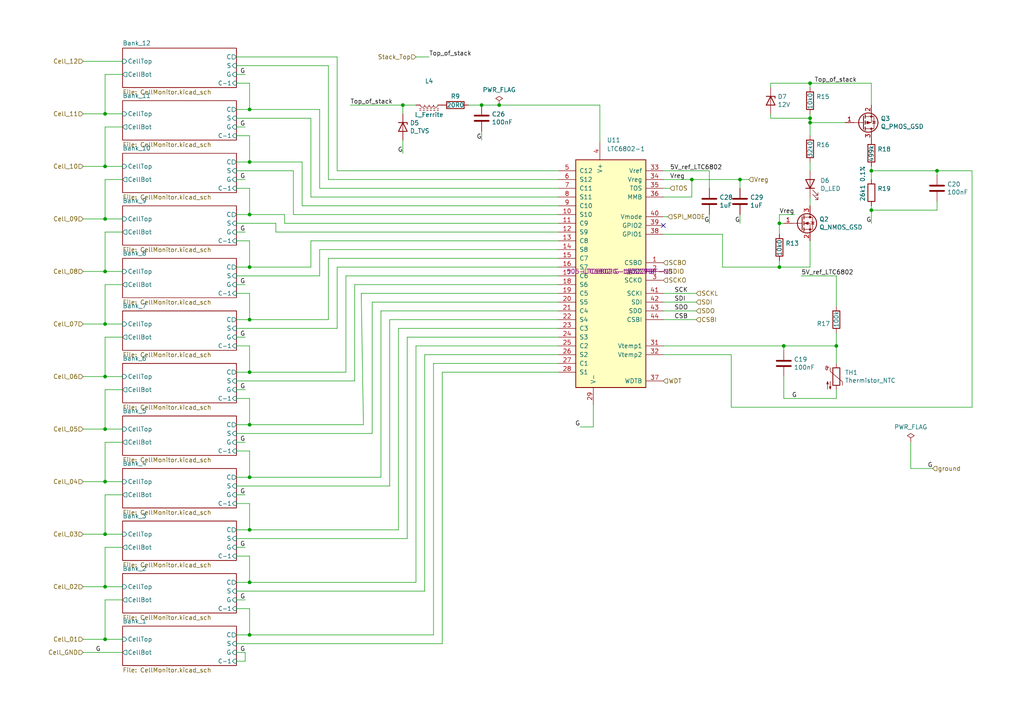
<source format=kicad_sch>
(kicad_sch (version 20250114) (generator "eeschema") (generator_version "9.0")
  (paper "A4")
  (lib_symbols
    (symbol "Device:C" (pin_numbers (hide yes)) (pin_names (offset 0.254))
      (property "Reference" "C" (at 0.635 2.54 0))
      (property "Value" "C" (at 0.635 -2.54 0))
      (symbol "C_0_1"
        (polyline (pts (xy -2.032 0.762) (xy 2.032 0.762)) (stroke (width 0.508)))
        (polyline (pts (xy -2.032 -0.762) (xy 2.032 -0.762)) (stroke (width 0.508)))
      )
      (symbol "C_1_1"
        (pin passive line (at 0 3.81 270) (length 2.794) (name "~") (number "1"))
        (pin passive line (at 0 -3.81 90) (length 2.794) (name "~") (number "2"))
      )
    )
    (symbol "Device:D_Zener" (pin_numbers (hide yes)) (pin_names (offset 1.016) (hide yes))
      (property "Reference" "D" (at 0 2.54 0))
      (property "Value" "D_Zener" (at 0 -2.54 0))
      (symbol "D_Zener_0_1"
        (polyline (pts (xy -1.27 -1.27) (xy -1.27 1.27) (xy -0.762 1.27)) (stroke (width 0.254)))
        (polyline (pts (xy 1.27 0) (xy -1.27 0)))
        (polyline (pts (xy 1.27 -1.27) (xy 1.27 1.27) (xy -1.27 0) (xy 1.27 -1.27)) (stroke (width 0.254)))
      )
      (symbol "D_Zener_1_1"
        (pin passive line (at -3.81 0 0) (length 2.54) (name "K") (number "1"))
        (pin passive line (at 3.81 0 180) (length 2.54) (name "A") (number "2"))
      )
    )
    (symbol "Device:LED" (pin_numbers (hide yes)) (pin_names (offset 1.016) (hide yes))
      (property "Reference" "D" (at 0 2.54 0))
      (property "Value" "LED" (at 0 -2.54 0))
      (symbol "LED_0_1"
        (polyline (pts (xy -3.048 -0.762) (xy -4.572 -2.286) (xy -3.81 -2.286) (xy -4.572 -2.286) (xy -4.572 -1.524)))
        (polyline (pts (xy -1.778 -0.762) (xy -3.302 -2.286) (xy -2.54 -2.286) (xy -3.302 -2.286) (xy -3.302 -1.524)))
        (polyline (pts (xy -1.27 0) (xy 1.27 0)))
        (polyline (pts (xy -1.27 -1.27) (xy -1.27 1.27)) (stroke (width 0.254)))
        (polyline (pts (xy 1.27 -1.27) (xy 1.27 1.27) (xy -1.27 0) (xy 1.27 -1.27)) (stroke (width 0.254)))
      )
      (symbol "LED_1_1"
        (pin passive line (at -3.81 0 0) (length 2.54) (name "K") (number "1"))
        (pin passive line (at 3.81 0 180) (length 2.54) (name "A") (number "2"))
      )
    )
    (symbol "Device:L_Ferrite" (pin_numbers (hide yes)) (pin_names (offset 1.016) (hide yes))
      (property "Reference" "L" (at -1.27 0 90))
      (property "Value" "L_Ferrite" (at 2.794 0 90))
      (symbol "L_Ferrite_0_1"
        (arc (start 0 2.54) (mid 0.6323 1.905) (end 0 1.27))
        (arc (start 0 1.27) (mid 0.6323 0.635) (end 0 0))
        (arc (start 0 0) (mid 0.6323 -0.635) (end 0 -1.27))
        (arc (start 0 -1.27) (mid 0.6323 -1.905) (end 0 -2.54))
        (polyline (pts (xy 1.016 2.286) (xy 1.016 2.794)))
        (polyline (pts (xy 1.016 1.27) (xy 1.016 1.778)))
        (polyline (pts (xy 1.016 0.254) (xy 1.016 0.762)))
        (polyline (pts (xy 1.016 -0.762) (xy 1.016 -0.254)))
        (polyline (pts (xy 1.016 -1.778) (xy 1.016 -1.27)))
        (polyline (pts (xy 1.016 -2.794) (xy 1.016 -2.286)))
        (polyline (pts (xy 1.524 2.794) (xy 1.524 2.286)))
        (polyline (pts (xy 1.524 1.778) (xy 1.524 1.27)))
        (polyline (pts (xy 1.524 0.762) (xy 1.524 0.254)))
        (polyline (pts (xy 1.524 -0.254) (xy 1.524 -0.762)))
        (polyline (pts (xy 1.524 -1.27) (xy 1.524 -1.778)))
        (polyline (pts (xy 1.524 -2.286) (xy 1.524 -2.794)))
      )
      (symbol "L_Ferrite_1_1"
        (pin passive line (at 0 3.81 270) (length 1.27) (name "1") (number "1"))
        (pin passive line (at 0 -3.81 90) (length 1.27) (name "2") (number "2"))
      )
    )
    (symbol "Device:Q_NMOS_GSD" (pin_names (offset 0) (hide yes))
      (property "Reference" "Q" (at 5.08 1.27 0))
      (property "Value" "Q_NMOS_GSD" (at 5.08 -1.27 0))
      (symbol "Q_NMOS_GSD_0_1"
        (polyline (pts (xy 0.254 1.905) (xy 0.254 -1.905)) (stroke (width 0.254)))
        (polyline (pts (xy 0.254 0) (xy -2.54 0)))
        (polyline (pts (xy 0.762 2.286) (xy 0.762 1.27)) (stroke (width 0.254)))
        (polyline (pts (xy 0.762 0.508) (xy 0.762 -0.508)) (stroke (width 0.254)))
        (polyline (pts (xy 0.762 -1.27) (xy 0.762 -2.286)) (stroke (width 0.254)))
        (polyline (pts (xy 0.762 -1.778) (xy 3.302 -1.778) (xy 3.302 1.778) (xy 0.762 1.778)))
        (polyline (pts (xy 1.016 0) (xy 2.032 0.381) (xy 2.032 -0.381) (xy 1.016 0)) (fill (type outline)))
        (circle (center 1.651 0) (radius 2.794) (stroke (width 0.254)))
        (polyline (pts (xy 2.54 2.54) (xy 2.54 1.778)))
        (circle (center 2.54 1.778) (radius 0.254) (fill (type outline)))
        (circle (center 2.54 -1.778) (radius 0.254) (fill (type outline)))
        (polyline (pts (xy 2.54 -2.54) (xy 2.54 0) (xy 0.762 0)))
        (polyline (pts (xy 2.794 0.508) (xy 2.921 0.381) (xy 3.683 0.381) (xy 3.81 0.254)))
        (polyline (pts (xy 3.302 0.381) (xy 2.921 -0.254) (xy 3.683 -0.254) (xy 3.302 0.381)))
      )
      (symbol "Q_NMOS_GSD_1_1"
        (pin input line (at -5.08 0 0) (length 2.54) (name "G") (number "1"))
        (pin passive line (at 2.54 5.08 270) (length 2.54) (name "D") (number "3"))
        (pin passive line (at 2.54 -5.08 90) (length 2.54) (name "S") (number "2"))
      )
    )
    (symbol "Device:Q_PMOS_GSD" (pin_names (offset 0) (hide yes))
      (property "Reference" "Q" (at 5.08 1.27 0))
      (property "Value" "Q_PMOS_GSD" (at 5.08 -1.27 0))
      (symbol "Q_PMOS_GSD_0_1"
        (polyline (pts (xy 0.254 1.905) (xy 0.254 -1.905)) (stroke (width 0.254)))
        (polyline (pts (xy 0.254 0) (xy -2.54 0)))
        (polyline (pts (xy 0.762 2.286) (xy 0.762 1.27)) (stroke (width 0.254)))
        (polyline (pts (xy 0.762 1.778) (xy 3.302 1.778) (xy 3.302 -1.778) (xy 0.762 -1.778)))
        (polyline (pts (xy 0.762 0.508) (xy 0.762 -0.508)) (stroke (width 0.254)))
        (polyline (pts (xy 0.762 -1.27) (xy 0.762 -2.286)) (stroke (width 0.254)))
        (circle (center 1.651 0) (radius 2.794) (stroke (width 0.254)))
        (polyline (pts (xy 2.286 0) (xy 1.27 0.381) (xy 1.27 -0.381) (xy 2.286 0)) (fill (type outline)))
        (polyline (pts (xy 2.54 2.54) (xy 2.54 1.778)))
        (circle (center 2.54 1.778) (radius 0.254) (fill (type outline)))
        (circle (center 2.54 -1.778) (radius 0.254) (fill (type outline)))
        (polyline (pts (xy 2.54 -2.54) (xy 2.54 0) (xy 0.762 0)))
        (polyline (pts (xy 2.794 -0.508) (xy 2.921 -0.381) (xy 3.683 -0.381) (xy 3.81 -0.254)))
        (polyline (pts (xy 3.302 -0.381) (xy 2.921 0.254) (xy 3.683 0.254) (xy 3.302 -0.381)))
      )
      (symbol "Q_PMOS_GSD_1_1"
        (pin input line (at -5.08 0 0) (length 2.54) (name "G") (number "1"))
        (pin passive line (at 2.54 5.08 270) (length 2.54) (name "D") (number "3"))
        (pin passive line (at 2.54 -5.08 90) (length 2.54) (name "S") (number "2"))
      )
    )
    (symbol "Device:R" (pin_numbers (hide yes)) (pin_names (offset 0))
      (property "Reference" "R" (at 2.032 0 90))
      (property "Value" "R" (at 0 0 90))
      (symbol "R_0_1"
        (rectangle (start -1.016 -2.54) (end 1.016 2.54) (stroke (width 0.254)))
      )
      (symbol "R_1_1"
        (pin passive line (at 0 3.81 270) (length 1.27) (name "~") (number "1"))
        (pin passive line (at 0 -3.81 90) (length 1.27) (name "~") (number "2"))
      )
    )
    (symbol "Device:Thermistor_NTC" (pin_numbers (hide yes)) (pin_names (offset 0))
      (property "Reference" "TH" (at -4.445 0 90))
      (property "Value" "Thermistor_NTC" (at 3.175 0 90))
      (symbol "Thermistor_NTC_0_1"
        (arc (start -3.175 2.413) (mid -3.0506 2.3165) (end -3.048 2.159))
        (arc (start -3.048 2.794) (mid -2.9736 2.9736) (end -2.794 3.048))
        (arc (start -2.794 3.048) (mid -2.6144 2.9736) (end -2.54 2.794))
        (arc (start -2.794 2.54) (mid -2.9736 2.6144) (end -3.048 2.794))
        (arc (start -2.794 1.905) (mid -2.9736 1.9794) (end -3.048 2.159))
        (arc (start -2.54 2.159) (mid -2.6144 1.9794) (end -2.794 1.905))
        (arc (start -2.159 2.794) (mid -2.434 2.5608) (end -2.794 2.54))
        (polyline (pts (xy -2.54 2.159) (xy -2.54 2.794)))
        (polyline (pts (xy -2.54 -3.683) (xy -2.54 -1.397) (xy -2.794 -2.159) (xy -2.286 -2.159) (xy -2.54 -1.397) (xy -2.54 -1.651)) (fill (type outline)))
        (polyline (pts (xy -1.778 2.54) (xy -1.778 1.524) (xy 1.778 -1.524) (xy 1.778 -2.54)))
        (polyline (pts (xy -1.778 -1.397) (xy -1.778 -3.683) (xy -2.032 -2.921) (xy -1.524 -2.921) (xy -1.778 -3.683) (xy -1.778 -3.429)) (fill (type outline)))
        (rectangle (start -1.016 2.54) (end 1.016 -2.54) (stroke (width 0.254)))
      )
      (symbol "Thermistor_NTC_1_1"
        (pin passive line (at 0 3.81 270) (length 1.27) (name "~") (number "1"))
        (pin passive line (at 0 -3.81 90) (length 1.27) (name "~") (number "2"))
      )
    )
    (symbol "ICs:LTC6802-1" (pin_names (offset 1.016))
      (property "Reference" "U" (at -11.43 33.655 0))
      (property "Value" "LTC6802-1" (at 1.905 -34.925 0))
      (symbol "LTC6802-1_1_1"
        (rectangle (start 7.62 -33.655) (end -12.7 32.385) (stroke (width 0.254)) (fill (type background)))
        (pin input line (at -17.78 29.21 0) (length 5.08) (name "C12") (number "5"))
        (pin bidirectional line (at -17.78 26.67 0) (length 5.08) (name "S12") (number "6"))
        (pin input line (at -17.78 24.13 0) (length 5.08) (name "C11") (number "7"))
        (pin bidirectional line (at -17.78 21.59 0) (length 5.08) (name "S11") (number "8"))
        (pin input line (at -17.78 19.05 0) (length 5.08) (name "C10") (number "9"))
        (pin bidirectional line (at -17.78 16.51 0) (length 5.08) (name "S10") (number "10"))
        (pin input line (at -17.78 13.97 0) (length 5.08) (name "C9") (number "11"))
        (pin bidirectional line (at -17.78 11.43 0) (length 5.08) (name "S9") (number "12"))
        (pin input line (at -17.78 8.89 0) (length 5.08) (name "C8") (number "13"))
        (pin bidirectional line (at -17.78 6.35 0) (length 5.08) (name "S8") (number "14"))
        (pin input line (at -17.78 3.81 0) (length 5.08) (name "C7") (number "15"))
        (pin bidirectional line (at -17.78 1.27 0) (length 5.08) (name "S7") (number "16"))
        (pin input line (at -17.78 -1.27 0) (length 5.08) (name "C6") (number "17"))
        (pin bidirectional line (at -17.78 -3.81 0) (length 5.08) (name "S6") (number "18"))
        (pin input line (at -17.78 -6.35 0) (length 5.08) (name "C5") (number "19"))
        (pin bidirectional line (at -17.78 -8.89 0) (length 5.08) (name "S5") (number "20"))
        (pin input line (at -17.78 -11.43 0) (length 5.08) (name "C4") (number "21"))
        (pin bidirectional line (at -17.78 -13.97 0) (length 5.08) (name "S4") (number "22"))
        (pin input line (at -17.78 -16.51 0) (length 5.08) (name "C3") (number "23"))
        (pin bidirectional line (at -17.78 -19.05 0) (length 5.08) (name "S3") (number "24"))
        (pin input line (at -17.78 -21.59 0) (length 5.08) (name "C2") (number "25"))
        (pin bidirectional line (at -17.78 -24.13 0) (length 5.08) (name "S2") (number "26"))
        (pin input line (at -17.78 -26.67 0) (length 5.08) (name "C1") (number "27"))
        (pin bidirectional line (at -17.78 -29.21 0) (length 5.08) (name "S1") (number "28"))
        (pin power_in line (at -7.62 -38.735 90) (length 5.08) (name "V-") (number "29"))
        (pin power_in line (at -5.715 37.465 270) (length 5.08) (name "V+") (number "4"))
        (pin input line (at 12.7 29.21 180) (length 5.08) (name "Vref") (number "33"))
        (pin input line (at 12.7 26.67 180) (length 5.08) (name "Vreg") (number "34"))
        (pin input line (at 12.7 24.13 180) (length 5.08) (name "TOS") (number "35"))
        (pin input line (at 12.7 21.59 180) (length 5.08) (name "MMB") (number "36"))
        (pin input line (at 12.7 15.875 180) (length 5.08) (name "Vmode") (number "40"))
        (pin open_collector line (at 12.7 13.335 180) (length 5.08) (name "GPIO2") (number "39"))
        (pin open_collector line (at 12.7 10.795 180) (length 5.08) (name "GPIO1") (number "38"))
        (pin input line (at 12.7 2.54 180) (length 5.08) (name "CSBO") (number "1"))
        (pin bidirectional line (at 12.7 0 180) (length 5.08) (name "SDOI") (number "2"))
        (pin input line (at 12.7 -2.54 180) (length 5.08) (name "SCKO") (number "3"))
        (pin input line (at 12.7 -6.35 180) (length 5.08) (name "SCKI") (number "41"))
        (pin input line (at 12.7 -8.89 180) (length 5.08) (name "SDI") (number "42"))
        (pin output line (at 12.7 -11.43 180) (length 5.08) (name "SDO") (number "43"))
        (pin input line (at 12.7 -13.97 180) (length 5.08) (name "CSBI") (number "44"))
        (pin input line (at 12.7 -21.59 180) (length 5.08) (name "Vtemp1") (number "31"))
        (pin input line (at 12.7 -24.13 180) (length 5.08) (name "Vtemp2") (number "32"))
        (pin no_connect line (at 12.7 -29.845 180) (length 5.08) (hide yes) (name "NC") (number "30"))
        (pin input line (at 12.7 -31.75 180) (length 5.08) (name "WDTB") (number "37"))
      )
    )
    (symbol "power:PWR_FLAG" (power) (pin_numbers (hide yes)) (pin_names (offset 0) (hide yes))
      (property "Value" "PWR_FLAG" (at 0 3.81 0))
      (symbol "PWR_FLAG_0_0"
        (pin power_out line (at 0 0 90) (length 0) (name "pwr") (number "1"))
      )
      (symbol "PWR_FLAG_0_1"
        (polyline (pts (xy 0 0) (xy 0 1.27) (xy -1.016 1.905) (xy 0 2.54) (xy 1.016 1.905) (xy 0 1.27)))
      )
    )
  )
  (junction (at 30.48 78.74))
  (junction (at 226.06 77.47))
  (junction (at 72.39 31.75))
  (junction (at 242.57 100.33))
  (junction (at 234.95 24.13))
  (junction (at 139.7 30.48))
  (junction (at 72.39 92.71))
  (junction (at 30.48 154.94))
  (junction (at 30.48 93.98))
  (junction (at 72.39 153.67))
  (junction (at 30.48 124.46))
  (junction (at 30.48 185.42))
  (junction (at 30.48 109.22))
  (junction (at 227.33 100.33))
  (junction (at 72.39 107.95))
  (junction (at 214.63 52.07))
  (junction (at 234.95 34.29))
  (junction (at 200.66 52.07))
  (junction (at 144.78 30.48))
  (junction (at 72.39 184.15))
  (junction (at 30.48 170.18))
  (junction (at 72.39 62.23))
  (junction (at 72.39 46.99))
  (junction (at 226.06 64.77))
  (junction (at 30.48 33.02))
  (junction (at 72.39 138.43))
  (junction (at 30.48 139.7))
  (junction (at 234.95 35.56))
  (junction (at 252.73 60.96))
  (junction (at 72.39 168.91))
  (junction (at 271.78 49.53))
  (junction (at 252.73 49.53))
  (junction (at 30.48 48.26))
  (junction (at 116.84 30.48))
  (junction (at 72.39 77.47))
  (junction (at 30.48 63.5))
  (junction (at 72.39 123.19))
  (no_connect (at 192.405 65.405))
  (wire (pts (xy 115.57 95.25) (xy 161.925 95.25)))
  (wire (pts (xy 227.33 100.33) (xy 242.57 100.33)))
  (wire (pts (xy 71.12 158.75) (xy 68.58 158.75)))
  (wire (pts (xy 71.12 113.03) (xy 68.58 113.03)))
  (wire (pts (xy 161.925 85.09) (xy 104.775 85.09)))
  (wire (pts (xy 172.085 123.825) (xy 172.085 117.475)))
  (wire (pts (xy 72.39 62.23) (xy 68.58 62.23)))
  (wire (pts (xy 24.13 109.22) (xy 30.48 109.22)))
  (wire (pts (xy 85.09 49.53) (xy 85.09 62.23)))
  (wire (pts (xy 71.12 143.51) (xy 68.58 143.51)))
  (wire (pts (xy 200.66 57.15) (xy 200.66 52.07)))
  (wire (pts (xy 172.085 123.825) (xy 168.275 123.825)))
  (wire (pts (xy 24.13 33.02) (xy 30.48 33.02)))
  (wire (pts (xy 192.405 92.71) (xy 201.93 92.71)))
  (wire (pts (xy 71.12 36.83) (xy 68.58 36.83)))
  (wire (pts (xy 226.06 62.23) (xy 226.06 64.77)))
  (wire (pts (xy 200.66 52.07) (xy 214.63 52.07)))
  (wire (pts (xy 30.48 78.74) (xy 30.48 67.31)))
  (wire (pts (xy 72.39 153.67) (xy 115.57 153.67)))
  (wire (pts (xy 192.405 90.17) (xy 201.93 90.17)))
  (wire (pts (xy 123.19 171.45) (xy 68.58 171.45)))
  (wire (pts (xy 30.48 21.59) (xy 35.56 21.59)))
  (wire (pts (xy 227.33 64.77) (xy 226.06 64.77)))
  (wire (pts (xy 68.58 115.57) (xy 72.39 115.57)))
  (wire (pts (xy 97.79 16.51) (xy 68.58 16.51)))
  (wire (pts (xy 95.25 92.71) (xy 72.39 92.71)))
  (wire (pts (xy 107.95 87.63) (xy 161.925 87.63)))
  (wire (pts (xy 80.01 67.31) (xy 161.925 67.31)))
  (wire (pts (xy 92.71 80.01) (xy 92.71 72.39)))
  (wire (pts (xy 271.78 49.53) (xy 271.78 50.8)))
  (wire (pts (xy 161.925 97.79) (xy 118.11 97.79)))
  (wire (pts (xy 104.775 85.09) (xy 105.41 123.19)))
  (wire (pts (xy 234.95 57.15) (xy 234.95 59.69)))
  (wire (pts (xy 192.405 100.33) (xy 227.33 100.33)))
  (wire (pts (xy 30.48 143.51) (xy 30.48 154.94)))
  (wire (pts (xy 30.48 128.27) (xy 35.56 128.27)))
  (wire (pts (xy 87.63 59.69) (xy 87.63 46.99)))
  (wire (pts (xy 192.405 85.09) (xy 201.93 85.09)))
  (wire (pts (xy 72.39 130.81) (xy 72.39 138.43)))
  (wire (pts (xy 118.11 156.21) (xy 68.58 156.21)))
  (wire (pts (xy 227.33 100.33) (xy 227.33 101.6)))
  (wire (pts (xy 24.13 170.18) (xy 30.48 170.18)))
  (wire (pts (xy 161.925 52.07) (xy 95.25 52.07)))
  (wire (pts (xy 101.6 30.48) (xy 116.84 30.48)))
  (wire (pts (xy 68.58 69.85) (xy 72.39 69.85)))
  (wire (pts (xy 102.87 82.55) (xy 161.925 82.55)))
  (wire (pts (xy 68.58 110.49) (xy 102.87 110.49)))
  (wire (pts (xy 24.13 17.78) (xy 35.56 17.78)))
  (wire (pts (xy 214.63 54.61) (xy 214.63 52.07)))
  (wire (pts (xy 161.925 105.41) (xy 125.73 105.41)))
  (wire (pts (xy 24.13 139.7) (xy 30.48 139.7)))
  (wire (pts (xy 68.58 176.53) (xy 72.39 176.53)))
  (wire (pts (xy 223.52 34.29) (xy 234.95 34.29)))
  (wire (pts (xy 205.74 62.23) (xy 205.74 64.77)))
  (wire (pts (xy 97.79 49.53) (xy 97.79 16.51)))
  (wire (pts (xy 24.13 185.42) (xy 30.48 185.42)))
  (wire (pts (xy 95.25 74.93) (xy 95.25 92.71)))
  (wire (pts (xy 92.71 54.61) (xy 92.71 31.75)))
  (wire (pts (xy 30.48 93.98) (xy 35.56 93.98)))
  (wire (pts (xy 161.925 54.61) (xy 92.71 54.61)))
  (wire (pts (xy 68.58 186.69) (xy 128.27 186.69)))
  (wire (pts (xy 242.57 88.9) (xy 242.57 80.01)))
  (wire (pts (xy 68.58 168.91) (xy 72.39 168.91)))
  (wire (pts (xy 30.48 124.46) (xy 35.56 124.46)))
  (wire (pts (xy 85.09 62.23) (xy 161.925 62.23)))
  (wire (pts (xy 161.925 59.69) (xy 87.63 59.69)))
  (wire (pts (xy 124.46 16.51) (xy 120.65 16.51)))
  (wire (pts (xy 252.73 49.53) (xy 271.78 49.53)))
  (wire (pts (xy 68.58 153.67) (xy 72.39 153.67)))
  (wire (pts (xy 234.95 34.29) (xy 234.95 35.56)))
  (wire (pts (xy 71.12 52.07) (xy 68.58 52.07)))
  (wire (pts (xy 68.58 130.81) (xy 72.39 130.81)))
  (wire (pts (xy 118.11 97.79) (xy 118.11 156.21)))
  (wire (pts (xy 68.58 24.13) (xy 72.39 24.13)))
  (wire (pts (xy 30.48 185.42) (xy 35.56 185.42)))
  (wire (pts (xy 205.74 54.61) (xy 205.74 49.53)))
  (wire (pts (xy 24.13 48.26) (xy 30.48 48.26)))
  (wire (pts (xy 30.48 109.22) (xy 35.56 109.22)))
  (wire (pts (xy 192.405 87.63) (xy 201.93 87.63)))
  (wire (pts (xy 30.48 154.94) (xy 35.56 154.94)))
  (wire (pts (xy 271.78 58.42) (xy 271.78 60.96)))
  (wire (pts (xy 30.48 33.02) (xy 35.56 33.02)))
  (wire (pts (xy 227.33 109.22) (xy 227.33 115.57)))
  (wire (pts (xy 90.17 57.15) (xy 90.17 34.29)))
  (wire (pts (xy 161.925 64.77) (xy 82.55 64.77)))
  (wire (pts (xy 92.71 72.39) (xy 161.925 72.39)))
  (wire (pts (xy 214.63 62.23) (xy 214.63 64.77)))
  (wire (pts (xy 30.48 63.5) (xy 30.48 52.07)))
  (wire (pts (xy 242.57 105.41) (xy 242.57 100.33)))
  (wire (pts (xy 72.39 77.47) (xy 68.58 77.47)))
  (wire (pts (xy 234.95 69.85) (xy 234.95 77.47)))
  (wire (pts (xy 212.09 118.11) (xy 212.09 102.87)))
  (wire (pts (xy 135.89 30.48) (xy 139.7 30.48)))
  (wire (pts (xy 209.55 77.47) (xy 226.06 77.47)))
  (wire (pts (xy 72.39 123.19) (xy 68.58 123.19)))
  (wire (pts (xy 223.52 33.02) (xy 223.52 34.29)))
  (wire (pts (xy 30.48 67.31) (xy 35.56 67.31)))
  (wire (pts (xy 192.405 54.61) (xy 194.31 54.61)))
  (wire (pts (xy 264.16 128.27) (xy 264.16 135.89)))
  (wire (pts (xy 71.12 21.59) (xy 68.58 21.59)))
  (wire (pts (xy 161.925 69.85) (xy 90.17 69.85)))
  (wire (pts (xy 68.58 49.53) (xy 85.09 49.53)))
  (wire (pts (xy 128.27 186.69) (xy 128.27 107.95)))
  (wire (pts (xy 30.48 158.75) (xy 30.48 170.18)))
  (wire (pts (xy 72.39 46.99) (xy 68.58 46.99)))
  (wire (pts (xy 107.95 125.73) (xy 107.95 87.63)))
  (wire (pts (xy 72.39 54.61) (xy 72.39 62.23)))
  (wire (pts (xy 192.405 62.865) (xy 193.675 62.865)))
  (wire (pts (xy 72.39 100.33) (xy 72.39 107.95)))
  (wire (pts (xy 72.39 115.57) (xy 72.39 123.19)))
  (wire (pts (xy 24.13 124.46) (xy 30.48 124.46)))
  (wire (pts (xy 110.49 90.17) (xy 161.925 90.17)))
  (wire (pts (xy 125.73 105.41) (xy 125.73 184.15)))
  (wire (pts (xy 97.79 77.47) (xy 161.925 77.47)))
  (wire (pts (xy 161.925 74.93) (xy 95.25 74.93)))
  (wire (pts (xy 125.73 184.15) (xy 72.39 184.15)))
  (wire (pts (xy 68.58 100.33) (xy 72.39 100.33)))
  (wire (pts (xy 128.27 107.95) (xy 161.925 107.95)))
  (wire (pts (xy 113.03 92.71) (xy 113.03 140.97)))
  (wire (pts (xy 68.58 54.61) (xy 72.39 54.61)))
  (wire (pts (xy 30.48 93.98) (xy 30.48 82.55)))
  (wire (pts (xy 30.48 139.7) (xy 30.48 128.27)))
  (wire (pts (xy 30.48 113.03) (xy 35.56 113.03)))
  (wire (pts (xy 68.58 146.05) (xy 72.39 146.05)))
  (wire (pts (xy 24.13 189.23) (xy 35.56 189.23)))
  (wire (pts (xy 24.13 63.5) (xy 30.48 63.5)))
  (wire (pts (xy 242.57 96.52) (xy 242.57 100.33)))
  (wire (pts (xy 30.48 173.99) (xy 30.48 185.42)))
  (wire (pts (xy 71.12 189.23) (xy 68.58 189.23)))
  (wire (pts (xy 100.33 80.01) (xy 100.33 107.95)))
  (wire (pts (xy 82.55 64.77) (xy 82.55 62.23)))
  (wire (pts (xy 24.13 93.98) (xy 30.48 93.98)))
  (wire (pts (xy 72.39 39.37) (xy 72.39 46.99)))
  (wire (pts (xy 80.01 64.77) (xy 80.01 67.31)))
  (wire (pts (xy 192.405 52.07) (xy 200.66 52.07)))
  (wire (pts (xy 30.48 48.26) (xy 35.56 48.26)))
  (wire (pts (xy 116.84 30.48) (xy 120.65 30.48)))
  (wire (pts (xy 227.33 115.57) (xy 242.57 115.57)))
  (wire (pts (xy 192.405 49.53) (xy 205.74 49.53)))
  (wire (pts (xy 217.17 52.07) (xy 214.63 52.07)))
  (wire (pts (xy 72.39 107.95) (xy 68.58 107.95)))
  (wire (pts (xy 252.73 52.07) (xy 252.73 49.53)))
  (wire (pts (xy 82.55 62.23) (xy 72.39 62.23)))
  (wire (pts (xy 116.84 40.64) (xy 116.84 44.45)))
  (wire (pts (xy 234.95 33.02) (xy 234.95 34.29)))
  (wire (pts (xy 30.48 33.02) (xy 30.48 21.59)))
  (wire (pts (xy 68.58 161.29) (xy 72.39 161.29)))
  (wire (pts (xy 192.405 67.945) (xy 209.55 67.945)))
  (wire (pts (xy 161.925 102.87) (xy 123.19 102.87)))
  (wire (pts (xy 161.925 80.01) (xy 100.33 80.01)))
  (wire (pts (xy 245.11 35.56) (xy 234.95 35.56)))
  (wire (pts (xy 281.94 49.53) (xy 281.94 118.11)))
  (wire (pts (xy 30.48 52.07) (xy 35.56 52.07)))
  (wire (pts (xy 226.06 62.23) (xy 230.505 62.23)))
  (wire (pts (xy 72.39 184.15) (xy 68.58 184.15)))
  (wire (pts (xy 223.52 24.13) (xy 223.52 25.4)))
  (wire (pts (xy 30.48 124.46) (xy 30.48 113.03)))
  (wire (pts (xy 68.58 80.01) (xy 92.71 80.01)))
  (wire (pts (xy 35.56 173.99) (xy 30.48 173.99)))
  (wire (pts (xy 192.405 102.87) (xy 212.09 102.87)))
  (wire (pts (xy 72.39 69.85) (xy 72.39 77.47)))
  (wire (pts (xy 72.39 176.53) (xy 72.39 184.15)))
  (wire (pts (xy 72.39 31.75) (xy 68.58 31.75)))
  (wire (pts (xy 161.925 57.15) (xy 90.17 57.15)))
  (wire (pts (xy 234.95 24.13) (xy 223.52 24.13)))
  (wire (pts (xy 97.79 95.25) (xy 97.79 77.47)))
  (wire (pts (xy 90.17 69.85) (xy 90.17 77.47)))
  (wire (pts (xy 281.94 118.11) (xy 212.09 118.11)))
  (wire (pts (xy 242.57 115.57) (xy 242.57 113.03)))
  (wire (pts (xy 72.39 146.05) (xy 72.39 153.67)))
  (wire (pts (xy 252.73 24.13) (xy 234.95 24.13)))
  (wire (pts (xy 271.78 49.53) (xy 281.94 49.53)))
  (wire (pts (xy 72.39 161.29) (xy 72.39 168.91)))
  (wire (pts (xy 226.06 77.47) (xy 234.95 77.47)))
  (wire (pts (xy 68.58 39.37) (xy 72.39 39.37)))
  (wire (pts (xy 68.58 85.09) (xy 72.39 85.09)))
  (wire (pts (xy 30.48 170.18) (xy 35.56 170.18)))
  (wire (pts (xy 252.73 49.53) (xy 252.73 48.26)))
  (wire (pts (xy 71.12 191.77) (xy 71.12 189.23)))
  (wire (pts (xy 72.39 138.43) (xy 110.49 138.43)))
  (wire (pts (xy 173.99 41.275) (xy 173.99 30.48)))
  (wire (pts (xy 192.405 57.15) (xy 200.66 57.15)))
  (wire (pts (xy 71.12 128.27) (xy 68.58 128.27)))
  (wire (pts (xy 110.49 138.43) (xy 110.49 90.17)))
  (wire (pts (xy 30.48 82.55) (xy 35.56 82.55)))
  (wire (pts (xy 95.25 19.05) (xy 68.58 19.05)))
  (wire (pts (xy 102.87 110.49) (xy 102.87 82.55)))
  (wire (pts (xy 90.17 77.47) (xy 72.39 77.47)))
  (wire (pts (xy 90.17 34.29) (xy 68.58 34.29)))
  (wire (pts (xy 100.33 107.95) (xy 72.39 107.95)))
  (wire (pts (xy 95.25 52.07) (xy 95.25 19.05)))
  (wire (pts (xy 72.39 92.71) (xy 68.58 92.71)))
  (wire (pts (xy 234.95 24.13) (xy 234.95 25.4)))
  (wire (pts (xy 71.12 82.55) (xy 68.58 82.55)))
  (wire (pts (xy 242.57 80.01) (xy 232.41 80.01)))
  (wire (pts (xy 144.78 30.48) (xy 173.99 30.48)))
  (wire (pts (xy 234.95 35.56) (xy 234.95 39.37)))
  (wire (pts (xy 226.06 75.565) (xy 226.06 77.47)))
  (wire (pts (xy 35.56 158.75) (xy 30.48 158.75)))
  (wire (pts (xy 71.12 67.31) (xy 68.58 67.31)))
  (wire (pts (xy 234.95 46.99) (xy 234.95 49.53)))
  (wire (pts (xy 30.48 63.5) (xy 35.56 63.5)))
  (wire (pts (xy 139.7 38.1) (xy 139.7 40.64)))
  (wire (pts (xy 252.73 60.96) (xy 252.73 64.77)))
  (wire (pts (xy 24.13 154.94) (xy 30.48 154.94)))
  (wire (pts (xy 30.48 78.74) (xy 35.56 78.74)))
  (wire (pts (xy 30.48 48.26) (xy 30.48 36.83)))
  (wire (pts (xy 92.71 31.75) (xy 72.39 31.75)))
  (wire (pts (xy 30.48 97.79) (xy 35.56 97.79)))
  (wire (pts (xy 35.56 143.51) (xy 30.48 143.51)))
  (wire (pts (xy 72.39 168.91) (xy 120.65 168.91)))
  (wire (pts (xy 264.16 135.89) (xy 270.51 135.89)))
  (wire (pts (xy 120.65 100.33) (xy 161.925 100.33)))
  (wire (pts (xy 161.925 92.71) (xy 113.03 92.71)))
  (wire (pts (xy 68.58 191.77) (xy 71.12 191.77)))
  (wire (pts (xy 113.03 140.97) (xy 68.58 140.97)))
  (wire (pts (xy 71.12 173.99) (xy 68.58 173.99)))
  (wire (pts (xy 105.41 123.19) (xy 72.39 123.19)))
  (wire (pts (xy 161.925 49.53) (xy 97.79 49.53)))
  (wire (pts (xy 72.39 85.09) (xy 72.39 92.71)))
  (wire (pts (xy 68.58 95.25) (xy 97.79 95.25)))
  (wire (pts (xy 226.06 64.77) (xy 226.06 67.945)))
  (wire (pts (xy 209.55 77.47) (xy 209.55 67.945)))
  (wire (pts (xy 30.48 139.7) (xy 35.56 139.7)))
  (wire (pts (xy 72.39 24.13) (xy 72.39 31.75)))
  (wire (pts (xy 30.48 36.83) (xy 35.56 36.83)))
  (wire (pts (xy 68.58 64.77) (xy 80.01 64.77)))
  (wire (pts (xy 87.63 46.99) (xy 72.39 46.99)))
  (wire (pts (xy 115.57 153.67) (xy 115.57 95.25)))
  (wire (pts (xy 68.58 138.43) (xy 72.39 138.43)))
  (wire (pts (xy 116.84 33.02) (xy 116.84 30.48)))
  (wire (pts (xy 30.48 109.22) (xy 30.48 97.79)))
  (wire (pts (xy 139.7 30.48) (xy 144.78 30.48)))
  (wire (pts (xy 252.73 59.69) (xy 252.73 60.96)))
  (wire (pts (xy 71.12 97.79) (xy 68.58 97.79)))
  (wire (pts (xy 24.13 78.74) (xy 30.48 78.74)))
  (wire (pts (xy 68.58 125.73) (xy 107.95 125.73)))
  (wire (pts (xy 123.19 102.87) (xy 123.19 171.45)))
  (wire (pts (xy 120.65 168.91) (xy 120.65 100.33)))
  (wire (pts (xy 252.73 30.48) (xy 252.73 24.13)))
  (wire (pts (xy 252.73 60.96) (xy 271.78 60.96)))
  (label "G" (at 71.12 143.51 180))
  (label "G" (at 71.12 128.27 180))
  (label "G" (at 214.63 64.77 180))
  (label "5V_ref_LTC6802" (at 194.31 49.53 0))
  (label "G" (at 116.84 44.45 180))
  (label "G" (at 71.12 189.23 180))
  (label "Top_of_stack" (at 101.6 30.48 0))
  (label "5V_ref_LTC6802" (at 232.41 80.01 0))
  (label "Top_of_stack" (at 124.46 16.51 0))
  (label "CSB" (at 195.58 92.71 0))
  (label "SDO" (at 195.58 90.17 0))
  (label "G" (at 71.12 173.99 180))
  (label "G" (at 168.275 123.825 180))
  (label "G" (at 270.51 135.89 180))
  (label "Top_of_stack" (at 236.22 24.13 0))
  (label "G" (at 205.74 64.77 180))
  (label "G" (at 71.12 158.75 180))
  (label "SDI" (at 195.58 87.63 0))
  (label "G" (at 71.12 52.07 180))
  (label "G" (at 139.7 40.64 180))
  (label "G" (at 71.12 21.59 180))
  (label "G" (at 231.14 115.57 180))
  (label "G" (at 29.21 189.23 180))
  (label "Vreg" (at 226.06 62.23 0))
  (label "SCK" (at 195.58 85.09 0))
  (label "G" (at 71.12 67.31 180))
  (label "G" (at 71.12 82.55 180))
  (label "G" (at 252.73 64.77 180))
  (label "G" (at 71.12 113.03 180))
  (label "G" (at 71.12 97.79 180))
  (label "Vreg" (at 194.31 52.07 0))
  (label "G" (at 71.12 36.83 180))
  (hierarchical_label "Stack_Top" (shape input) (at 120.65 16.51 180))
  (hierarchical_label "Cell_08" (shape input) (at 24.13 78.74 180))
  (hierarchical_label "CSBI" (shape input) (at 201.93 92.71 0))
  (hierarchical_label "Vreg" (shape input) (at 217.17 52.07 0))
  (hierarchical_label "WDT" (shape input) (at 192.405 110.49 0))
  (hierarchical_label "SCKO" (shape input) (at 192.405 81.28 0))
  (hierarchical_label "Cell_06" (shape input) (at 24.13 109.22 180))
  (hierarchical_label "Cell_12" (shape input) (at 24.13 17.78 180))
  (hierarchical_label "SDI" (shape input) (at 201.93 87.63 0))
  (hierarchical_label "Cell_01" (shape input) (at 24.13 185.42 180))
  (hierarchical_label "Cell_04" (shape input) (at 24.13 139.7 180))
  (hierarchical_label "Cell_11" (shape input) (at 24.13 33.02 180))
  (hierarchical_label "SDIO" (shape input) (at 192.405 78.74 0))
  (hierarchical_label "Cell_09" (shape input) (at 24.13 63.5 180))
  (hierarchical_label "SCBO" (shape input) (at 192.405 76.2 0))
  (hierarchical_label "Cell_03" (shape input) (at 24.13 154.94 180))
  (hierarchical_label "Cell_07" (shape input) (at 24.13 93.98 180))
  (hierarchical_label "Cell_10" (shape input) (at 24.13 48.26 180))
  (hierarchical_label "SCKL" (shape input) (at 201.93 85.09 0))
  (hierarchical_label "Cell_GND" (shape input) (at 24.13 189.23 180))
  (hierarchical_label "ground" (shape input) (at 270.51 135.89 0))
  (hierarchical_label "SPI_MODE" (shape input) (at 193.675 62.865 0))
  (hierarchical_label "Cell_05" (shape input) (at 24.13 124.46 180))
  (hierarchical_label "SDO" (shape input) (at 201.93 90.17 0))
  (hierarchical_label "Cell_02" (shape input) (at 24.13 170.18 180))
  (hierarchical_label "TOS" (shape input) (at 194.31 54.61 0))
  (symbol (lib_id "Device:R") (at 132.08 30.48 270) (unit 1)
    (property "Reference" "R69" (at 132.08 27.94 90))
    (property "Value" "20R0" (at 132.08 30.48 90))
    (property "Footprint" "Resistor_SMD:R_0603_1608Metric" (effects (hide yes)))
    (property "Datasheet" "https://www.seielect.com/catalog/sei-rmcf_rmcp.pdf" (effects (hide yes)))
    (property "MPN" "RMCF0603FT20R0" (effects (hide yes)))
    (property "Part Number" "RMCF0603FT20R0" (effects (hide yes)))
    (property "Digikey_PN" "RMCF0603FT20R0CT-ND" (effects (hide yes)))
    (instances (project "" (path "" (reference "R9") (unit 1)) (path "" (reference "R69") (unit 1))))
  )
  (symbol (lib_id "Device:C") (at 139.7 34.29 180) (unit 1)
    (property "Reference" "C43" (at 142.621 33.1216 0) (effects (justify right)))
    (property "Value" "100nF" (at 142.621 35.433 0) (effects (justify right)))
    (property "Footprint" "Capacitor_SMD:C_1206_3216Metric" (effects (hide yes)))
    (property "Datasheet" "https://product.tdk.com/info/en/documents/chara_sheet/CGA5L3X7R2E104K160AA.pdf" (effects (hide yes)))
    (property "Part Number" "CGA5L3X7R2E104K160AA" (effects (hide yes)))
    (property "MPN" "CGA5L3X7R2E104K160AA" (effects (hide yes)))
    (property "Digikey_PN" "445-5851-1-ND" (effects (hide yes)))
    (instances (project "" (path "" (reference "C26") (unit 1)) (path "" (reference "C43") (unit 1))))
  )
  (symbol (lib_id "Device:C") (at 205.74 58.42 0) (unit 1)
    (property "Reference" "C45" (at 208.661 57.2516 0) (effects (justify left)))
    (property "Value" "1uF" (at 208.661 59.563 0) (effects (justify left)))
    (property "Footprint" "Capacitor_SMD:C_0603_1608Metric" (effects (hide yes)))
    (property "Datasheet" "https://product.tdk.com/system/files/dam/doc/product/capacitor/ceramic/mlcc/catalog/mlcc_automotive_general_en.pdf" (effects (hide yes)))
    (property "Part Number" "CGA3E1X7R1C105K080AC" (effects (hide yes)))
    (property "Digikey_PN" "445-12539-1-ND" (effects (hide yes)))
    (instances (project "" (path "" (reference "C28") (unit 1)) (path "" (reference "C45") (unit 1))))
  )
  (symbol (lib_id "Device:C") (at 214.63 58.42 0) (unit 1)
    (property "Reference" "C46" (at 217.551 57.2516 0) (effects (justify left)))
    (property "Value" "1uF" (at 217.551 59.563 0) (effects (justify left)))
    (property "Footprint" "Capacitor_SMD:C_0603_1608Metric" (effects (hide yes)))
    (property "Datasheet" "https://product.tdk.com/system/files/dam/doc/product/capacitor/ceramic/mlcc/catalog/mlcc_automotive_general_en.pdf" (effects (hide yes)))
    (property "Part Number" "CGA3E1X7R1C105K080AC" (effects (hide yes)))
    (property "Digikey_PN" "445-12539-1-ND" (effects (hide yes)))
    (instances (project "" (path "" (reference "C29") (unit 1)) (path "" (reference "C46") (unit 1))))
  )
  (symbol (lib_id "Device:L_Ferrite") (at 124.46 30.48 270) (unit 1)
    (property "Reference" "L5" (at 124.46 23.5204 90))
    (property "Value" "L_Ferrite" (at 124.46 33.274 90))
    (property "Footprint" "Inductor_SMD:L_0603_1608Metric" (effects (hide yes)))
    (property "Datasheet" "https://www.we-online.com/katalog/datasheet/742792609.pdf" (effects (hide yes)))
    (property "MPN" "742792609" (effects (hide yes)))
    (property "Part Number" "742792609" (effects (hide yes)))
    (property "Digikey_PN" "732-1591-1-ND" (effects (hide yes)))
    (instances (project "" (path "" (reference "L4") (unit 1)) (path "" (reference "L5") (unit 1))))
  )
  (symbol (lib_id "Device:Q_PMOS_GSD") (at 250.19 35.56 0) (mirror x) (unit 1)
    (property "Reference" "Q18" (at 255.4224 34.3916 0) (effects (justify left)))
    (property "Value" "Q_PMOS_GSD" (at 255.4224 36.703 0) (effects (justify left)))
    (property "Footprint" "Package_TO_SOT_SMD:SOT-23" (effects (hide yes)))
    (property "Datasheet" "https://ww1.microchip.com/downloads/en/DeviceDoc/TP5335-P-Channel-Enhancement-Mode-Vertical-DMOS-FET-Data-Sheet-20005704C.pdf" (effects (hide yes)))
    (property "Part Number" "TP5335K1-G" (effects (hide yes)))
    (property "MPN" "TP5335K1-G" (effects (hide yes)))
    (property "Digikey_PN" "TP5335K1-GCT-ND" (effects (hide yes)))
    (instances (project "" (path "" (reference "Q3") (unit 1)) (path "" (reference "Q18") (unit 1))))
  )
  (symbol (lib_id "Device:R") (at 252.73 44.45 0) (unit 1)
    (property "Reference" "R78" (at 254.508 43.2816 0) (effects (justify left)))
    (property "Value" "499k" (at 252.73 46.99 90) (effects (justify left)))
    (property "Footprint" "Resistor_SMD:R_0603_1608Metric" (effects (hide yes)))
    (property "Datasheet" "https://www.seielect.com/catalog/sei-rmcf_rmcp.pdf" (effects (hide yes)))
    (property "Digikey_PN" "RMCF0603FT499KCT-ND" (effects (hide yes)))
    (property "MPN" "RMCF0603FT499K" (effects (hide yes)))
    (property "Part Number" "RMCF0603FT499K" (effects (hide yes)))
    (instances (project "" (path "" (reference "R18") (unit 1)) (path "" (reference "R78") (unit 1))))
  )
  (symbol (lib_id "Device:R") (at 252.73 55.88 0) (unit 1)
    (property "Reference" "R79" (at 254.508 54.7116 0) (effects (justify left)))
    (property "Value" "26k1 0.1%" (at 250.19 58.42 90) (effects (justify left)))
    (property "Footprint" "Resistor_SMD:R_0603_1608Metric" (effects (hide yes)))
    (property "Datasheet" "https://media.digikey.com/pdf/Data%20Sheets/Tyco%20Electronics%20P%20B%20PDFs/RQ73-0618%20v2.pdf" (effects (hide yes)))
    (property "Part Number" "RQ73C1J26K1BTD" (effects (hide yes)))
    (property "Digikey_PN" "A140602CT-ND" (effects (hide yes)))
    (instances (project "" (path "" (reference "R19") (unit 1)) (path "" (reference "R79") (unit 1))))
  )
  (symbol (lib_id "Device:Q_NMOS_GSD") (at 232.41 64.77 0) (unit 1)
    (property "Reference" "Q17" (at 237.617 63.6016 0) (effects (justify left)))
    (property "Value" "Q_NMOS_GSD" (at 237.617 65.913 0) (effects (justify left)))
    (property "Footprint" "Package_TO_SOT_SMD:SOT-23" (effects (hide yes)))
    (property "Datasheet" "https://ww1.microchip.com/downloads/en/DeviceDoc/TN5335-N-Channel-Enhancement-Mode-Vertical-DMOS-FET-Data-Sheet-20005955A.pdf" (effects (hide yes)))
    (property "Part Number" "TN5335K1-G" (effects (hide yes)))
    (property "MPN" "TN5335K1-G" (effects (hide yes)))
    (property "Digikey_PN" "TN5335K1-GCT-ND" (effects (hide yes)))
    (instances (project "" (path "" (reference "Q2") (unit 1)) (path "" (reference "Q17") (unit 1))))
  )
  (symbol (lib_id "Device:R") (at 234.95 29.21 0) (unit 1)
    (property "Reference" "R75" (at 236.728 28.0416 0) (effects (justify left)))
    (property "Value" "10k0" (at 234.95 31.75 90) (effects (justify left)))
    (property "Footprint" "Resistor_SMD:R_0603_1608Metric" (effects (hide yes)))
    (property "Datasheet" "http://www.yageo.com/NewPortal/yageodocoutput?fileName=/pdf/R-Chip/PYu-AC_51_RoHS_L_6.pdf" (effects (hide yes)))
    (property "Digikey_PN" "311-10KLDCT-ND" (effects (hide yes)))
    (property "MPN" "AC0603FR-0710KL" (effects (hide yes)))
    (property "Part Number" "AC0603FR-0710KL" (effects (hide yes)))
    (instances (project "" (path "" (reference "R15") (unit 1)) (path "" (reference "R75") (unit 1))))
  )
  (symbol (lib_id "Device:R") (at 234.95 43.18 0) (unit 1)
    (property "Reference" "R76" (at 236.728 42.0116 0) (effects (justify left)))
    (property "Value" "32k0" (at 234.95 45.72 90) (effects (justify left)))
    (property "Footprint" "Resistor_SMD:R_0603_1608Metric" (effects (hide yes)))
    (property "Datasheet" "https://media.digikey.com/pdf/Data%20Sheets/KOA%20Speer/RN73R_Type_DS.pdf" (effects (hide yes)))
    (property "Digikey_PN" "2019-RN73R1JTTD3202B25CT-ND" (effects (hide yes)))
    (property "MPN" "RN73R1JTTD3202B25" (effects (hide yes)))
    (property "Part Number" "RN73R1JTTD3202B25" (effects (hide yes)))
    (instances (project "" (path "" (reference "R16") (unit 1)) (path "" (reference "R76") (unit 1))))
  )
  (symbol (lib_id "Device:D_Zener") (at 223.52 29.21 270) (unit 1)
    (property "Reference" "D46" (at 225.5266 28.0416 90) (effects (justify left)))
    (property "Value" "12V" (at 225.5266 30.353 90) (effects (justify left)))
    (property "Footprint" "Diode_SMD:D_SOD-323F" (effects (hide yes)))
    (property "Datasheet" "https://www.onsemi.com/pdf/datasheet/mm3z9v1c-d.pdf" (effects (hide yes)))
    (property "MPN" "MM3Z12VC" (effects (hide yes)))
    (property "Part Number" "MM3Z12VC" (effects (hide yes)))
    (property "Digikey_PN" "MM3Z12VCCT-ND" (effects (hide yes)))
    (instances (project "" (path "" (reference "D7") (unit 1)) (path "" (reference "D46") (unit 1))))
  )
  (symbol (lib_id "Device:R") (at 242.57 92.71 180) (unit 1)
    (property "Reference" "R77" (at 240.792 93.8784 0) (effects (justify left)))
    (property "Value" "100k" (at 242.57 90.17 90) (effects (justify left)))
    (property "Footprint" "Resistor_SMD:R_0603_1608Metric" (effects (hide yes)))
    (property "Datasheet" "https://www.seielect.com/catalog/sei-rmcf_rmcp.pdf" (effects (hide yes)))
    (property "MPN" "RMCF0603FT100K" (effects (hide yes)))
    (property "Part Number" "RMCF0603FT100K" (effects (hide yes)))
    (property "Digikey_PN" "RMCF0603FT100KCT-ND" (effects (hide yes)))
    (instances (project "" (path "" (reference "R17") (unit 1)) (path "" (reference "R77") (unit 1))))
  )
  (symbol (lib_id "Device:Thermistor_NTC") (at 242.57 109.22 0) (unit 1)
    (property "Reference" "TH2" (at 245.0592 108.0516 0) (effects (justify left)))
    (property "Value" "Thermistor_NTC" (at 245.0592 110.363 0) (effects (justify left)))
    (property "Footprint" "Resistor_SMD:R_0603_1608Metric" (effects (hide yes)))
    (property "Datasheet" "https://www.tdk-electronics.tdk.com/inf/50/db/ntc/NTC_SMD_Automotive_series_0603.pdf?ref_disty=digikey" (effects (hide yes)))
    (property "MPN" "B57355V5104F360" (effects (hide yes)))
    (property "Part Number" "B57355V5104F360" (effects (hide yes)))
    (property "Digikey_PN" "495-76084-1-ND" (effects (hide yes)))
    (instances (project "" (path "" (reference "TH1") (unit 1)) (path "" (reference "TH2") (unit 1))))
  )
  (symbol (lib_id "Device:LED") (at 234.95 53.34 90) (unit 1)
    (property "Reference" "D45" (at 237.9218 52.3748 90) (effects (justify right)))
    (property "Value" "D_LED" (at 237.9218 54.6862 90) (effects (justify right)))
    (property "Footprint" "Diode_SMD:D_0603_1608Metric" (effects (hide yes)))
    (property "Datasheet" "http://optoelectronics.liteon.com/upload/download/DS22-2000-223/LTST-C191KRKT.PDF" (effects (hide yes)))
    (property "Digikey_PN" "160-1447-1-ND" (effects (hide yes)))
    (property "MPN" "LTST-C191KRKT" (effects (hide yes)))
    (property "Part Number" "LTST-C191KRKT" (effects (hide yes)))
    (instances (project "" (path "" (reference "D6") (unit 1)) (path "" (reference "D45") (unit 1))))
  )
  (symbol (lib_id "power:PWR_FLAG") (at 144.78 30.48 0) (unit 1)
    (property "Reference" "#FLG0107" (effects (hide yes)))
    (property "Value" "PWR_FLAG" (at 144.78 26.0604 0))
    (instances (project "" (path "" (reference "#FLG0105") (unit 1)) (path "" (reference "#FLG0107") (unit 1))))
  )
  (symbol (lib_id "power:PWR_FLAG") (at 264.16 128.27 0) (unit 1)
    (property "Reference" "#FLG0109" (effects (hide yes)))
    (property "Value" "PWR_FLAG" (at 264.16 123.8504 0))
    (instances (project "" (path "" (reference "#FLG0108") (unit 1)) (path "" (reference "#FLG0109") (unit 1))))
  )
  (symbol (lib_id "Device:D_Zener") (at 116.84 36.83 270) (unit 1)
    (property "Reference" "D26" (at 118.872 35.6616 90) (effects (justify left)))
    (property "Value" "D_TVS" (at 118.872 37.973 90) (effects (justify left)))
    (property "Footprint" "Diode_SMD:D_SMA" (effects (hide yes)))
    (property "Datasheet" "https://www.diodes.com/assets/Datasheets/SMAJ5.0CA-SMAJ200CA.pdf" (effects (hide yes)))
    (property "Part Number" "SMAJ60A-13-F" (effects (hide yes)))
    (property "Digikey_PN" "SMAJ60A-FDICT-ND" (effects (hide yes)))
    (instances (project "" (path "" (reference "D5") (unit 1)) (path "" (reference "D26") (unit 1))))
  )
  (symbol (lib_id "Device:C") (at 271.78 54.61 0) (unit 1)
    (property "Reference" "C30" (at 274.701 53.4416 0) (effects (justify left)))
    (property "Value" "100nF" (at 274.701 55.753 0) (effects (justify left)))
    (property "Footprint" "Capacitor_SMD:C_0603_1608Metric" (effects (hide yes)))
    (property "Datasheet" "http://psearch.en.murata.com/capacitor/product/GCM188R71H104KA57%23.pdf" (effects (hide yes)))
    (property "MPN" "GCM188R71H104KA57D" (effects (hide yes)))
    (property "Part Number" "GCM188R71H104KA57D" (effects (hide yes)))
    (property "Digikey_PN" "490-4779-1-ND" (effects (hide yes)))
    (instances (project "" (path "" (reference "C20") (unit 1)) (path "" (reference "C30") (unit 1))))
  )
  (symbol (lib_id "Device:C") (at 227.33 105.41 0) (unit 1)
    (property "Reference" "C27" (at 230.251 104.2416 0) (effects (justify left)))
    (property "Value" "100nF" (at 230.251 106.553 0) (effects (justify left)))
    (property "Footprint" "Capacitor_SMD:C_0603_1608Metric" (effects (hide yes)))
    (property "Datasheet" "http://psearch.en.murata.com/capacitor/product/GCM188R71H104KA57%23.pdf" (effects (hide yes)))
    (property "MPN" "GCM188R71H104KA57D" (effects (hide yes)))
    (property "Part Number" "GCM188R71H104KA57D" (effects (hide yes)))
    (property "Digikey_PN" "490-4779-1-ND" (effects (hide yes)))
    (instances (project "" (path "" (reference "C19") (unit 1)) (path "" (reference "C27") (unit 1))))
  )
  (symbol (lib_id "ICs:LTC6802-1") (at 179.705 78.74 0) (unit 1)
    (property "Reference" "U6" (at 176.0094 40.64 0) (effects (justify left)))
    (property "Value" "LTC6802-1" (at 176.0094 43.18 0) (effects (justify left)))
    (property "Footprint" "Package_SO:SSOP-44_5.3x12.8mm_P0.5mm" (effects (hide yes)))
    (property "Datasheet" "https://www.analog.com/media/en/technical-documentation/data-sheets/ltc6802-1.pdf" (effects (hide yes)))
    (property "Digikey_PN" "505-LTC6802IG-1#3ZZPBF-ND" (at 179.705 78.74 0))
    (property "MPN" "LTC6802IG-1#3ZZPBF" (at 179.705 78.74 0))
    (instances (project "" (path "" (reference "U11") (unit 1)) (path "" (reference "U6") (unit 1))))
  )
  (symbol (lib_id "Device:R") (at 226.06 71.755 0) (unit 1)
    (property "Reference" "R12" (at 227.838 70.5866 0) (effects (justify left)))
    (property "Value" "10k0" (at 226.06 74.295 90) (effects (justify left)))
    (property "Footprint" "Resistor_SMD:R_0603_1608Metric" (effects (hide yes)))
    (property "Datasheet" "http://www.yageo.com/NewPortal/yageodocoutput?fileName=/pdf/R-Chip/PYu-AC_51_RoHS_L_6.pdf" (effects (hide yes)))
    (property "Digikey_PN" "311-10KLDCT-ND" (effects (hide yes)))
    (property "MPN" "AC0603FR-0710KL" (effects (hide yes)))
    (property "Part Number" "AC0603FR-0710KL" (effects (hide yes)))
    (instances (project "" (path "" (reference "R13") (unit 1)) (path "" (reference "R12") (unit 1))))
  )
  (sheet (at 35.56 135.89) (size 33.02 11.43)
    (property "Sheetname" "Bank_4" (at 35.56 135.1784 0) (effects (justify left bottom)))
    (property "Sheetfile" "CellMonitor.kicad_sch" (at 35.56 147.9046 0) (effects (justify left top)))
    (pin "CellTop" input (at 35.56 139.7 180))
    (pin "CellBot" output (at 35.56 143.51 180))
    (pin "G" input (at 68.58 143.51 0))
    (pin "C" output (at 68.58 138.43 0))
    (pin "S" input (at 68.58 140.97 0))
    (pin "C-1" input (at 68.58 146.05 0) (effects (font (size 1.1938 1.1938))))
  )
  (sheet (at 35.56 151.13) (size 33.02 11.43)
    (property "Sheetname" "Bank_3" (at 35.56 150.4184 0) (effects (justify left bottom)))
    (property "Sheetfile" "CellMonitor.kicad_sch" (at 35.56 163.1446 0) (effects (justify left top)))
    (pin "CellTop" input (at 35.56 154.94 180))
    (pin "CellBot" output (at 35.56 158.75 180))
    (pin "G" input (at 68.58 158.75 0))
    (pin "C" output (at 68.58 153.67 0))
    (pin "S" input (at 68.58 156.21 0))
    (pin "C-1" input (at 68.58 161.29 0) (effects (font (size 1.1938 1.1938))))
  )
  (sheet (at 35.56 166.37) (size 33.02 11.43)
    (property "Sheetname" "Bank_2" (at 35.56 165.6584 0) (effects (justify left bottom)))
    (property "Sheetfile" "CellMonitor.kicad_sch" (at 35.56 178.3846 0) (effects (justify left top)))
    (pin "CellTop" input (at 35.56 170.18 180))
    (pin "CellBot" output (at 35.56 173.99 180))
    (pin "G" input (at 68.58 173.99 0))
    (pin "C" output (at 68.58 168.91 0))
    (pin "S" input (at 68.58 171.45 0))
    (pin "C-1" input (at 68.58 176.53 0) (effects (font (size 1.1938 1.1938))))
  )
  (sheet (at 35.56 181.61) (size 33.02 11.43)
    (property "Sheetname" "Bank_1" (at 35.56 180.8984 0) (effects (justify left bottom)))
    (property "Sheetfile" "CellMonitor.kicad_sch" (at 35.56 193.6246 0) (effects (justify left top)))
    (pin "CellTop" input (at 35.56 185.42 180))
    (pin "CellBot" output (at 35.56 189.23 180))
    (pin "G" input (at 68.58 189.23 0))
    (pin "C" output (at 68.58 184.15 0))
    (pin "S" input (at 68.58 186.69 0))
    (pin "C-1" input (at 68.58 191.77 0) (effects (font (size 1.1938 1.1938))))
  )
  (sheet (at 35.56 120.65) (size 33.02 11.43)
    (property "Sheetname" "Bank_5" (at 35.56 119.9384 0) (effects (justify left bottom)))
    (property "Sheetfile" "CellMonitor.kicad_sch" (at 35.56 132.6646 0) (effects (justify left top)))
    (pin "CellTop" input (at 35.56 124.46 180))
    (pin "CellBot" output (at 35.56 128.27 180))
    (pin "G" input (at 68.58 128.27 0))
    (pin "C" output (at 68.58 123.19 0))
    (pin "S" input (at 68.58 125.73 0))
    (pin "C-1" input (at 68.58 130.81 0) (effects (font (size 1.1938 1.1938))))
  )
  (sheet (at 35.56 105.41) (size 33.02 11.43)
    (property "Sheetname" "Bank_6" (at 35.56 104.6984 0) (effects (justify left bottom)))
    (property "Sheetfile" "CellMonitor.kicad_sch" (at 35.56 117.4246 0) (effects (justify left top)))
    (pin "CellTop" input (at 35.56 109.22 180))
    (pin "CellBot" output (at 35.56 113.03 180))
    (pin "G" input (at 68.58 113.03 0))
    (pin "C" output (at 68.58 107.95 0))
    (pin "S" input (at 68.58 110.49 0))
    (pin "C-1" input (at 68.58 115.57 0) (effects (font (size 1.1938 1.1938))))
  )
  (sheet (at 35.56 90.17) (size 33.02 11.43)
    (property "Sheetname" "Bank_7" (at 35.56 89.4584 0) (effects (justify left bottom)))
    (property "Sheetfile" "CellMonitor.kicad_sch" (at 35.56 102.1846 0) (effects (justify left top)))
    (pin "CellTop" input (at 35.56 93.98 180))
    (pin "CellBot" output (at 35.56 97.79 180))
    (pin "G" input (at 68.58 97.79 0))
    (pin "C" output (at 68.58 92.71 0))
    (pin "S" input (at 68.58 95.25 0))
    (pin "C-1" input (at 68.58 100.33 0) (effects (font (size 1.1938 1.1938))))
  )
  (sheet (at 35.56 74.93) (size 33.02 11.43)
    (property "Sheetname" "Bank_8" (at 35.56 74.2184 0) (effects (justify left bottom)))
    (property "Sheetfile" "CellMonitor.kicad_sch" (at 35.56 86.9446 0) (effects (justify left top)))
    (pin "CellTop" input (at 35.56 78.74 180))
    (pin "CellBot" output (at 35.56 82.55 180))
    (pin "G" input (at 68.58 82.55 0))
    (pin "C" output (at 68.58 77.47 0))
    (pin "S" input (at 68.58 80.01 0))
    (pin "C-1" input (at 68.58 85.09 0) (effects (font (size 1.1938 1.1938))))
  )
  (sheet (at 35.56 59.69) (size 33.02 11.43)
    (property "Sheetname" "Bank_9" (at 35.56 58.9784 0) (effects (justify left bottom)))
    (property "Sheetfile" "CellMonitor.kicad_sch" (at 35.56 71.7046 0) (effects (justify left top)))
    (pin "CellTop" input (at 35.56 63.5 180))
    (pin "CellBot" output (at 35.56 67.31 180))
    (pin "G" input (at 68.58 67.31 0))
    (pin "C" output (at 68.58 62.23 0))
    (pin "S" input (at 68.58 64.77 0))
    (pin "C-1" input (at 68.58 69.85 0) (effects (font (size 1.1938 1.1938))))
  )
  (sheet (at 35.56 44.45) (size 33.02 11.43)
    (property "Sheetname" "Bank_10" (at 35.56 43.7384 0) (effects (justify left bottom)))
    (property "Sheetfile" "CellMonitor.kicad_sch" (at 35.56 56.4646 0) (effects (justify left top)))
    (pin "CellTop" input (at 35.56 48.26 180))
    (pin "CellBot" output (at 35.56 52.07 180))
    (pin "G" input (at 68.58 52.07 0))
    (pin "C" output (at 68.58 46.99 0))
    (pin "S" input (at 68.58 49.53 0))
    (pin "C-1" input (at 68.58 54.61 0) (effects (font (size 1.1938 1.1938))))
  )
  (sheet (at 35.56 29.21) (size 33.02 11.43)
    (property "Sheetname" "Bank_11" (at 35.56 28.4984 0) (effects (justify left bottom)))
    (property "Sheetfile" "CellMonitor.kicad_sch" (at 35.56 41.2246 0) (effects (justify left top)))
    (pin "CellTop" input (at 35.56 33.02 180))
    (pin "CellBot" output (at 35.56 36.83 180))
    (pin "G" input (at 68.58 36.83 0))
    (pin "C" output (at 68.58 31.75 0))
    (pin "S" input (at 68.58 34.29 0))
    (pin "C-1" input (at 68.58 39.37 0) (effects (font (size 1.1938 1.1938))))
  )
  (sheet (at 35.56 13.97) (size 33.02 11.43)
    (property "Sheetname" "Bank_12" (at 35.56 13.2584 0) (effects (justify left bottom)))
    (property "Sheetfile" "CellMonitor.kicad_sch" (at 35.56 25.9846 0) (effects (justify left top)))
    (pin "CellTop" input (at 35.56 17.78 180))
    (pin "CellBot" output (at 35.56 21.59 180))
    (pin "G" input (at 68.58 21.59 0))
    (pin "C" output (at 68.58 16.51 0))
    (pin "S" input (at 68.58 19.05 0))
    (pin "C-1" input (at 68.58 24.13 0) (effects (font (size 1.1938 1.1938))))
  )
)
</source>
